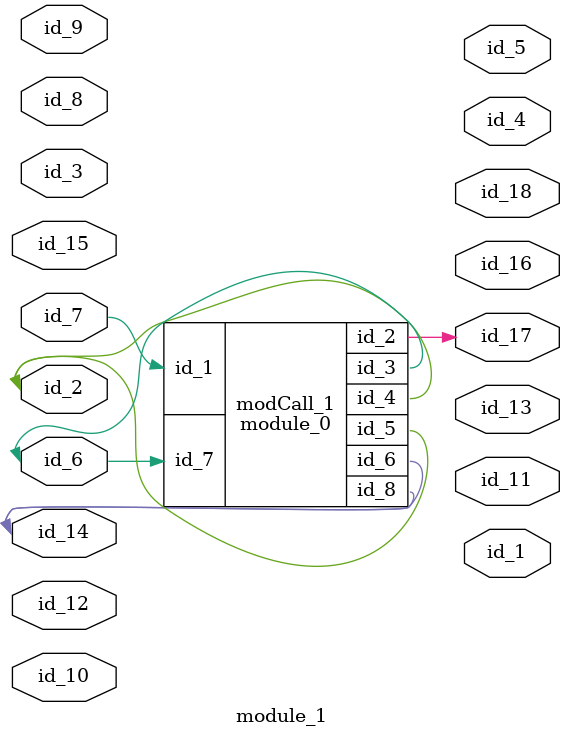
<source format=v>
module module_0 (
    id_1,
    id_2,
    id_3,
    id_4,
    id_5,
    id_6,
    id_7,
    id_8
);
  inout wire id_8;
  input wire id_7;
  inout wire id_6;
  output wire id_5;
  inout wire id_4;
  inout wire id_3;
  output wire id_2;
  input wire id_1;
  wire id_9;
endmodule
module module_1 (
    id_1,
    id_2,
    id_3,
    id_4,
    id_5,
    id_6,
    id_7,
    id_8,
    id_9,
    id_10,
    id_11,
    id_12,
    id_13,
    id_14,
    id_15,
    id_16,
    id_17,
    id_18
);
  output wire id_18;
  output wire id_17;
  output wire id_16;
  input wire id_15;
  inout wire id_14;
  output wire id_13;
  inout wire id_12;
  output wire id_11;
  inout wire id_10;
  input wire id_9;
  input wire id_8;
  input wire id_7;
  inout wire id_6;
  output wire id_5;
  output wire id_4;
  inout wire id_3;
  inout wire id_2;
  output wire id_1;
  module_0 modCall_1 (
      id_7,
      id_17,
      id_6,
      id_2,
      id_2,
      id_14,
      id_6,
      id_14
  );
endmodule

</source>
